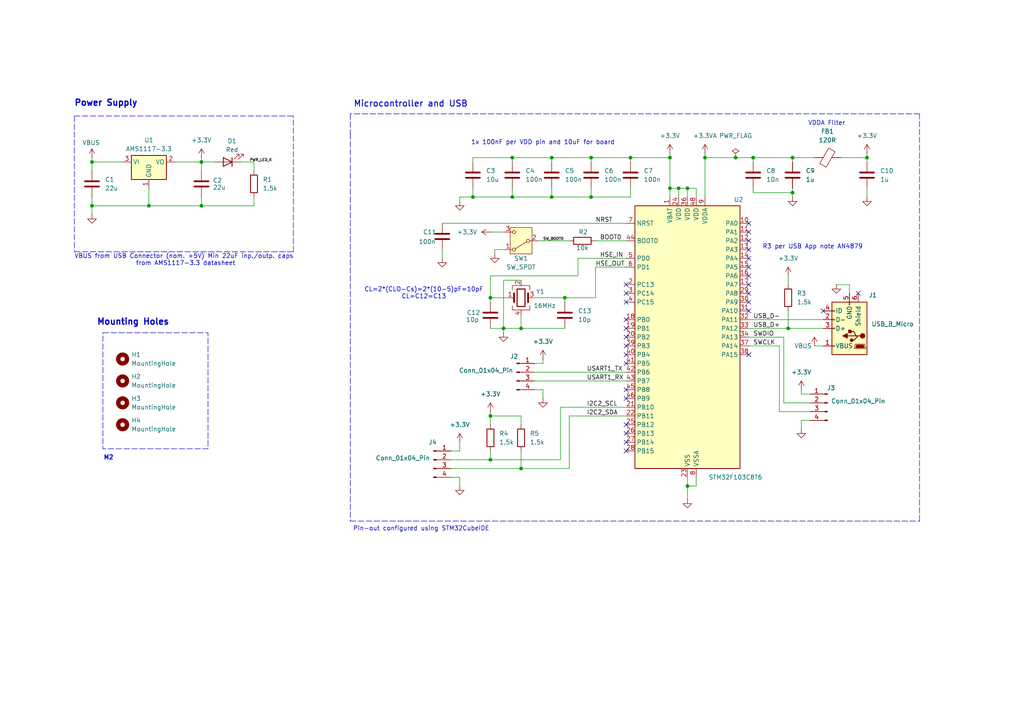
<source format=kicad_sch>
(kicad_sch (version 20250114) (generator "eeschema") (generator_version "9.0")
  (paper "A4")
  (title_block (title "STM32") (date "2025-09-29") (rev "0.1") (company "Kernova"))
  (lib_symbols
    (symbol "Connector:Conn_01x04_Pin" (pin_names (offset 1.016) (hide yes))
      (property "Reference" "J" (at 0 5.08 0))
      (property "Value" "Conn_01x04_Pin" (at 0 -7.62 0))
      (symbol "Conn_01x04_Pin_1_1"
        (rectangle (start 0.8636 2.667) (end 0 2.413) (stroke (width 0.1524)) (fill (type outline)))
        (rectangle (start 0.8636 0.127) (end 0 -0.127) (stroke (width 0.1524)) (fill (type outline)))
        (rectangle (start 0.8636 -2.413) (end 0 -2.667) (stroke (width 0.1524)) (fill (type outline)))
        (rectangle (start 0.8636 -4.953) (end 0 -5.207) (stroke (width 0.1524)) (fill (type outline)))
        (polyline (pts (xy 1.27 2.54) (xy 0.8636 2.54)) (stroke (width 0.1524)))
        (polyline (pts (xy 1.27 0) (xy 0.8636 0)) (stroke (width 0.1524)))
        (polyline (pts (xy 1.27 -2.54) (xy 0.8636 -2.54)) (stroke (width 0.1524)))
        (polyline (pts (xy 1.27 -5.08) (xy 0.8636 -5.08)) (stroke (width 0.1524)))
        (pin passive line (at 5.08 2.54 180) (length 3.81) (name "Pin_1") (number "1"))
        (pin passive line (at 5.08 0 180) (length 3.81) (name "Pin_2") (number "2"))
        (pin passive line (at 5.08 -2.54 180) (length 3.81) (name "Pin_3") (number "3"))
        (pin passive line (at 5.08 -5.08 180) (length 3.81) (name "Pin_4") (number "4"))
      )
    )
    (symbol "Connector:USB_B_Micro" (pin_names (offset 1.016))
      (property "Reference" "J" (at -5.08 11.43 0))
      (property "Value" "USB_B_Micro" (at -5.08 8.89 0))
      (symbol "USB_B_Micro_0_1"
        (rectangle (start -5.08 -7.62) (end 5.08 7.62) (stroke (width 0.254)) (fill (type background)))
        (polyline (pts (xy -4.699 5.842) (xy -4.699 5.588) (xy -4.445 4.826) (xy -4.445 4.572) (xy -1.651 4.572) (xy -1.651 4.826) (xy -1.397 5.588) (xy -1.397 5.842) (xy -4.699 5.842)))
        (polyline (pts (xy -4.318 5.588) (xy -1.778 5.588) (xy -2.032 4.826) (xy -4.064 4.826) (xy -4.318 5.588)) (fill (type outline)))
        (circle (center -3.81 2.159) (radius 0.635) (stroke (width 0.254)) (fill (type outline)))
        (polyline (pts (xy -3.175 2.159) (xy -2.54 2.159) (xy -1.27 3.429) (xy -0.635 3.429)) (stroke (width 0.254)))
        (polyline (pts (xy -2.54 2.159) (xy -1.905 2.159) (xy -1.27 0.889) (xy 0 0.889)) (stroke (width 0.254)))
        (polyline (pts (xy -1.905 2.159) (xy 0.635 2.159)) (stroke (width 0.254)))
        (circle (center -0.635 3.429) (radius 0.381) (stroke (width 0.254)) (fill (type outline)))
        (rectangle (start -0.127 -7.62) (end 0.127 -6.858))
        (rectangle (start 0.254 1.27) (end -0.508 0.508) (stroke (width 0.254)) (fill (type outline)))
        (polyline (pts (xy 0.635 2.794) (xy 0.635 1.524) (xy 1.905 2.159) (xy 0.635 2.794)) (stroke (width 0.254)) (fill (type outline)))
        (rectangle (start 5.08 4.953) (end 4.318 5.207))
        (rectangle (start 5.08 -0.127) (end 4.318 0.127))
        (rectangle (start 5.08 -2.667) (end 4.318 -2.413))
        (rectangle (start 5.08 -5.207) (end 4.318 -4.953))
      )
      (symbol "USB_B_Micro_1_1"
        (pin passive line (at -2.54 -10.16 90) (length 2.54) (name "Shield") (number "6"))
        (pin power_out line (at 0 -10.16 90) (length 2.54) (name "GND") (number "5"))
        (pin power_out line (at 7.62 5.08 180) (length 2.54) (name "VBUS") (number "1"))
        (pin bidirectional line (at 7.62 0 180) (length 2.54) (name "D+") (number "3"))
        (pin bidirectional line (at 7.62 -2.54 180) (length 2.54) (name "D-") (number "2"))
        (pin passive line (at 7.62 -5.08 180) (length 2.54) (name "ID") (number "4"))
      )
    )
    (symbol "Device:C" (pin_numbers (hide yes)) (pin_names (offset 0.254))
      (property "Reference" "C" (at 0.635 2.54 0))
      (property "Value" "C" (at 0.635 -2.54 0))
      (symbol "C_0_1"
        (polyline (pts (xy -2.032 0.762) (xy 2.032 0.762)) (stroke (width 0.508)))
        (polyline (pts (xy -2.032 -0.762) (xy 2.032 -0.762)) (stroke (width 0.508)))
      )
      (symbol "C_1_1"
        (pin passive line (at 0 3.81 270) (length 2.794) (name "~") (number "1"))
        (pin passive line (at 0 -3.81 90) (length 2.794) (name "~") (number "2"))
      )
    )
    (symbol "Device:Crystal_GND24" (pin_names (offset 1.016) (hide yes))
      (property "Reference" "Y" (at 3.175 5.08 0))
      (property "Value" "Crystal_GND24" (at 3.175 3.175 0))
      (symbol "Crystal_GND24_0_1"
        (polyline (pts (xy -2.54 2.286) (xy -2.54 3.556) (xy 2.54 3.556) (xy 2.54 2.286)))
        (polyline (pts (xy -2.54 0) (xy -2.032 0)))
        (polyline (pts (xy -2.54 -2.286) (xy -2.54 -3.556) (xy 2.54 -3.556) (xy 2.54 -2.286)))
        (polyline (pts (xy -2.032 -1.27) (xy -2.032 1.27)) (stroke (width 0.508)))
        (rectangle (start -1.143 2.54) (end 1.143 -2.54) (stroke (width 0.3048)))
        (polyline (pts (xy 0 3.556) (xy 0 3.81)))
        (polyline (pts (xy 0 -3.81) (xy 0 -3.556)))
        (polyline (pts (xy 2.032 0) (xy 2.54 0)))
        (polyline (pts (xy 2.032 -1.27) (xy 2.032 1.27)) (stroke (width 0.508)))
      )
      (symbol "Crystal_GND24_1_1"
        (pin passive line (at -3.81 0 0) (length 1.27) (name "1") (number "1"))
        (pin passive line (at 0 5.08 270) (length 1.27) (name "2") (number "2"))
        (pin passive line (at 0 -5.08 90) (length 1.27) (name "4") (number "4"))
        (pin passive line (at 3.81 0 180) (length 1.27) (name "3") (number "3"))
      )
    )
    (symbol "Device:FerriteBead" (pin_numbers (hide yes)) (pin_names (offset 0))
      (property "Reference" "FB" (at -3.81 0.635 90))
      (property "Value" "FerriteBead" (at 3.81 0 90))
      (symbol "FerriteBead_0_1"
        (polyline (pts (xy -2.7686 0.4064) (xy -1.7018 2.2606) (xy 2.7686 -0.3048) (xy 1.6764 -2.159) (xy -2.7686 0.4064)))
        (polyline (pts (xy 0 1.27) (xy 0 1.2954)))
        (polyline (pts (xy 0 -1.27) (xy 0 -1.2192)))
      )
      (symbol "FerriteBead_1_1"
        (pin passive line (at 0 3.81 270) (length 2.54) (name "~") (number "1"))
        (pin passive line (at 0 -3.81 90) (length 2.54) (name "~") (number "2"))
      )
    )
    (symbol "Device:LED" (pin_numbers (hide yes)) (pin_names (offset 1.016) (hide yes))
      (property "Reference" "D" (at 0 2.54 0))
      (property "Value" "LED" (at 0 -2.54 0))
      (symbol "LED_0_1"
        (polyline (pts (xy -3.048 -0.762) (xy -4.572 -2.286) (xy -3.81 -2.286) (xy -4.572 -2.286) (xy -4.572 -1.524)))
        (polyline (pts (xy -1.778 -0.762) (xy -3.302 -2.286) (xy -2.54 -2.286) (xy -3.302 -2.286) (xy -3.302 -1.524)))
        (polyline (pts (xy -1.27 0) (xy 1.27 0)))
        (polyline (pts (xy -1.27 -1.27) (xy -1.27 1.27)) (stroke (width 0.254)))
        (polyline (pts (xy 1.27 -1.27) (xy 1.27 1.27) (xy -1.27 0) (xy 1.27 -1.27)) (stroke (width 0.254)))
      )
      (symbol "LED_1_1"
        (pin passive line (at -3.81 0 0) (length 2.54) (name "K") (number "1"))
        (pin passive line (at 3.81 0 180) (length 2.54) (name "A") (number "2"))
      )
    )
    (symbol "Device:R" (pin_numbers (hide yes)) (pin_names (offset 0))
      (property "Reference" "R" (at 2.032 0 90))
      (property "Value" "R" (at 0 0 90))
      (symbol "R_0_1"
        (rectangle (start -1.016 -2.54) (end 1.016 2.54) (stroke (width 0.254)))
      )
      (symbol "R_1_1"
        (pin passive line (at 0 3.81 270) (length 1.27) (name "~") (number "1"))
        (pin passive line (at 0 -3.81 90) (length 1.27) (name "~") (number "2"))
      )
    )
    (symbol "MCU_ST_STM32F1:STM32F103C8Tx"
      (property "Reference" "U" (at -15.24 39.37 0))
      (property "Value" "STM32F103C8Tx" (at 7.62 39.37 0))
      (symbol "STM32F103C8Tx_0_1"
        (rectangle (start -15.24 -38.1) (end 15.24 38.1) (stroke (width 0.254)) (fill (type background)))
      )
      (symbol "STM32F103C8Tx_1_1"
        (pin input line (at -17.78 33.02 0) (length 2.54) (name "NRST") (number "7"))
        (pin input line (at -17.78 27.94 0) (length 2.54) (name "BOOT0") (number "44"))
        (pin bidirectional line (at -17.78 22.86 0) (length 2.54) (name "PD0") (number "5"))
        (pin bidirectional line (at -17.78 20.32 0) (length 2.54) (name "PD1") (number "6"))
        (pin bidirectional line (at -17.78 15.24 0) (length 2.54) (name "PC13") (number "2"))
        (pin bidirectional line (at -17.78 12.7 0) (length 2.54) (name "PC14") (number "3"))
        (pin bidirectional line (at -17.78 10.16 0) (length 2.54) (name "PC15") (number "4"))
        (pin bidirectional line (at -17.78 5.08 0) (length 2.54) (name "PB0") (number "18"))
        (pin bidirectional line (at -17.78 2.54 0) (length 2.54) (name "PB1") (number "19"))
        (pin bidirectional line (at -17.78 0 0) (length 2.54) (name "PB2") (number "20"))
        (pin bidirectional line (at -17.78 -2.54 0) (length 2.54) (name "PB3") (number "39"))
        (pin bidirectional line (at -17.78 -5.08 0) (length 2.54) (name "PB4") (number "40"))
        (pin bidirectional line (at -17.78 -7.62 0) (length 2.54) (name "PB5") (number "41"))
        (pin bidirectional line (at -17.78 -10.16 0) (length 2.54) (name "PB6") (number "42"))
        (pin bidirectional line (at -17.78 -12.7 0) (length 2.54) (name "PB7") (number "43"))
        (pin bidirectional line (at -17.78 -15.24 0) (length 2.54) (name "PB8") (number "45"))
        (pin bidirectional line (at -17.78 -17.78 0) (length 2.54) (name "PB9") (number "46"))
        (pin bidirectional line (at -17.78 -20.32 0) (length 2.54) (name "PB10") (number "21"))
        (pin bidirectional line (at -17.78 -22.86 0) (length 2.54) (name "PB11") (number "22"))
        (pin bidirectional line (at -17.78 -25.4 0) (length 2.54) (name "PB12") (number "25"))
        (pin bidirectional line (at -17.78 -27.94 0) (length 2.54) (name "PB13") (number "26"))
        (pin bidirectional line (at -17.78 -30.48 0) (length 2.54) (name "PB14") (number "27"))
        (pin bidirectional line (at -17.78 -33.02 0) (length 2.54) (name "PB15") (number "28"))
        (pin power_in line (at -5.08 40.64 270) (length 2.54) (name "VBAT") (number "1"))
        (pin power_in line (at -2.54 40.64 270) (length 2.54) (name "VDD") (number "24"))
        (pin power_in line (at 0 40.64 270) (length 2.54) (name "VDD") (number "36"))
        (pin power_in line (at 0 -40.64 90) (length 2.54) (name "VSS") (number "23"))
        (pin passive line (at 0 -40.64 90) (length 2.54) (hide yes) (name "VSS") (number "35"))
        (pin passive line (at 0 -40.64 90) (length 2.54) (hide yes) (name "VSS") (number "47"))
        (pin power_in line (at 2.54 40.64 270) (length 2.54) (name "VDD") (number "48"))
        (pin power_in line (at 2.54 -40.64 90) (length 2.54) (name "VSSA") (number "8"))
        (pin power_in line (at 5.08 40.64 270) (length 2.54) (name "VDDA") (number "9"))
        (pin bidirectional line (at 17.78 33.02 180) (length 2.54) (name "PA0") (number "10"))
        (pin bidirectional line (at 17.78 30.48 180) (length 2.54) (name "PA1") (number "11"))
        (pin bidirectional line (at 17.78 27.94 180) (length 2.54) (name "PA2") (number "12"))
        (pin bidirectional line (at 17.78 25.4 180) (length 2.54) (name "PA3") (number "13"))
        (pin bidirectional line (at 17.78 22.86 180) (length 2.54) (name "PA4") (number "14"))
        (pin bidirectional line (at 17.78 20.32 180) (length 2.54) (name "PA5") (number "15"))
        (pin bidirectional line (at 17.78 17.78 180) (length 2.54) (name "PA6") (number "16"))
        (pin bidirectional line (at 17.78 15.24 180) (length 2.54) (name "PA7") (number "17"))
        (pin bidirectional line (at 17.78 12.7 180) (length 2.54) (name "PA8") (number "29"))
        (pin bidirectional line (at 17.78 10.16 180) (length 2.54) (name "PA9") (number "30"))
        (pin bidirectional line (at 17.78 7.62 180) (length 2.54) (name "PA10") (number "31"))
        (pin bidirectional line (at 17.78 5.08 180) (length 2.54) (name "PA11") (number "32"))
        (pin bidirectional line (at 17.78 2.54 180) (length 2.54) (name "PA12") (number "33"))
        (pin bidirectional line (at 17.78 0 180) (length 2.54) (name "PA13") (number "34"))
        (pin bidirectional line (at 17.78 -2.54 180) (length 2.54) (name "PA14") (number "37"))
        (pin bidirectional line (at 17.78 -5.08 180) (length 2.54) (name "PA15") (number "38"))
      )
    )
    (symbol "Mechanical:MountingHole" (pin_names (offset 1.016)) (in_bom no)
      (property "Reference" "H" (at 0 5.08 0))
      (property "Value" "MountingHole" (at 0 3.175 0))
      (symbol "MountingHole_0_1"
        (circle (center 0 0) (radius 1.27) (stroke (width 1.27)))
      )
    )
    (symbol "Regulator_Linear:AMS1117-3.3"
      (property "Reference" "U" (at -3.81 3.175 0))
      (property "Value" "AMS1117-3.3" (at 0 3.175 0))
      (symbol "AMS1117-3.3_0_1"
        (rectangle (start -5.08 -5.08) (end 5.08 1.905) (stroke (width 0.254)) (fill (type background)))
      )
      (symbol "AMS1117-3.3_1_1"
        (pin power_in line (at -7.62 0 0) (length 2.54) (name "VI") (number "3"))
        (pin power_in line (at 0 -7.62 90) (length 2.54) (name "GND") (number "1"))
        (pin power_out line (at 7.62 0 180) (length 2.54) (name "VO") (number "2"))
      )
    )
    (symbol "Switch:SW_SPDT" (pin_names (offset 0) (hide yes))
      (property "Reference" "SW" (at 0 5.08 0))
      (property "Value" "SW_SPDT" (at 0 -5.08 0))
      (symbol "SW_SPDT_0_1"
        (circle (center -2.032 0) (radius 0.4572))
        (polyline (pts (xy -1.651 0.254) (xy 1.651 2.286)))
        (circle (center 2.032 2.54) (radius 0.4572))
        (circle (center 2.032 -2.54) (radius 0.4572))
      )
      (symbol "SW_SPDT_1_1"
        (rectangle (start -3.175 3.81) (end 3.175 -3.81) (fill (type background)))
        (pin passive line (at -5.08 0 0) (length 2.54) (name "B") (number "2"))
        (pin passive line (at 5.08 2.54 180) (length 2.54) (name "A") (number "1"))
        (pin passive line (at 5.08 -2.54 180) (length 2.54) (name "C") (number "3"))
      )
    )
    (symbol "power:+3.3V" (power) (pin_numbers (hide yes)) (pin_names (offset 0) (hide yes))
      (property "Value" "+3.3V" (at 0 3.556 0))
      (symbol "+3.3V_0_1"
        (polyline (pts (xy -0.762 1.27) (xy 0 2.54)))
        (polyline (pts (xy 0 2.54) (xy 0.762 1.27)))
        (polyline (pts (xy 0 0) (xy 0 2.54)))
      )
      (symbol "+3.3V_1_1"
        (pin power_in line (at 0 0 90) (length 0) (name "~") (number "1"))
      )
    )
    (symbol "power:+3.3VA" (power) (pin_numbers (hide yes)) (pin_names (offset 0) (hide yes))
      (property "Value" "+3.3VA" (at 0 3.556 0))
      (symbol "+3.3VA_0_1"
        (polyline (pts (xy -0.762 1.27) (xy 0 2.54)))
        (polyline (pts (xy 0 2.54) (xy 0.762 1.27)))
        (polyline (pts (xy 0 0) (xy 0 2.54)))
      )
      (symbol "+3.3VA_1_1"
        (pin power_in line (at 0 0 90) (length 0) (name "~") (number "1"))
      )
    )
    (symbol "power:GND" (power) (pin_numbers (hide yes)) (pin_names (offset 0) (hide yes))
      (property "Value" "GND" (at 0 -3.81 0))
      (symbol "GND_0_1"
        (polyline (pts (xy 0 0) (xy 0 -1.27) (xy 1.27 -1.27) (xy 0 -2.54) (xy -1.27 -1.27) (xy 0 -1.27)))
      )
      (symbol "GND_1_1"
        (pin power_in line (at 0 0 270) (length 0) (name "~") (number "1"))
      )
    )
    (symbol "power:PWR_FLAG" (power) (pin_numbers (hide yes)) (pin_names (offset 0) (hide yes))
      (property "Value" "PWR_FLAG" (at 0 3.81 0))
      (symbol "PWR_FLAG_0_0"
        (pin power_out line (at 0 0 90) (length 0) (name "~") (number "1"))
      )
      (symbol "PWR_FLAG_0_1"
        (polyline (pts (xy 0 0) (xy 0 1.27) (xy -1.016 1.905) (xy 0 2.54) (xy 1.016 1.905) (xy 0 1.27)))
      )
    )
    (symbol "power:VBUS" (power) (pin_numbers (hide yes)) (pin_names (offset 0) (hide yes))
      (property "Value" "VBUS" (at 0 3.556 0))
      (symbol "VBUS_0_1"
        (polyline (pts (xy -0.762 1.27) (xy 0 2.54)))
        (polyline (pts (xy 0 2.54) (xy 0.762 1.27)))
        (polyline (pts (xy 0 0) (xy 0 2.54)))
      )
      (symbol "VBUS_1_1"
        (pin power_in line (at 0 0 90) (length 0) (name "~") (number "1"))
      )
    )
  )
  (rectangle (start 29.845 96.52) (end 60.325 130.175) (stroke (width 0) (type dash)))
  (rectangle (start 29.845 96.52) (end 29.845 96.52))
  (text "VDDA Filter" (at 239.776 35.814 0) (effects (font (size 1.27 1.27))))
  (text "Pin-out configured using STM32CubeIDE" (at 122.174 153.416 0) (effects (font (size 1.27 1.27))))
  (text "1x 100nF per VDD pin and 10uF for board" (at 157.48 41.402 0) (effects (font (size 1.27 1.27) (thickness 0.1588))))
  (text "CL=2*(CLO-Cs)=2*(10-5)pF=10pF\nCL=C12=C13" (at 122.936 85.09 0) (effects (font (size 1.27 1.27) (thickness 0.1588))))
  (text "Microcontroller and USB" (at 119.126 30.226 0) (effects (font (size 1.778 1.778) (thickness 0.254) (bold yes))))
  (text "VBUS from USB Connector (nom. +5V) Min 22uF inp./outp. caps \nfrom AMS1117-3.3 datasheet" (at 53.848 75.438 0) (effects (font (size 1.27 1.27) (thickness 0.1588))))
  (text "M2" (at 31.496 132.842 0) (effects (font (size 1.27 1.27) (thickness 0.254) (bold yes))))
  (text "R3 per USB App note AN4879" (at 235.712 71.628 0) (effects (font (size 1.27 1.27) (thickness 0.1588))))
  (text "Power Supply" (at 30.734 29.972 0) (effects (font (size 1.778 1.778) (thickness 0.3556) (bold yes))))
  (text "Mounting Holes" (at 38.608 93.472 0) (effects (font (size 1.778 1.778) (thickness 0.3556) (bold yes))))
  (junction (at 160.02 45.72))
  (junction (at 137.16 57.15))
  (junction (at 218.44 45.72))
  (junction (at 194.31 45.72))
  (junction (at 151.13 95.25))
  (junction (at 148.59 57.15))
  (junction (at 204.47 45.72))
  (junction (at 229.87 55.88))
  (junction (at 199.39 140.97))
  (junction (at 171.45 57.15))
  (junction (at 194.31 54.61))
  (junction (at 182.88 45.72))
  (junction (at 58.42 59.69))
  (junction (at 58.42 46.99))
  (junction (at 142.24 120.65))
  (junction (at 43.18 59.69))
  (junction (at 142.24 86.36))
  (junction (at 213.36 45.72))
  (junction (at 199.39 54.61))
  (junction (at 163.83 86.36))
  (junction (at 148.59 45.72))
  (junction (at 26.67 46.99))
  (junction (at 151.13 135.89))
  (junction (at 196.85 54.61))
  (junction (at 251.46 45.72))
  (junction (at 160.02 57.15))
  (junction (at 228.6 95.25))
  (junction (at 171.45 45.72))
  (junction (at 146.05 95.25))
  (junction (at 229.87 45.72))
  (junction (at 26.67 59.69))
  (junction (at 142.24 133.35))
  (no_connect (at 217.17 80.01))
  (no_connect (at 181.61 128.27))
  (no_connect (at 217.17 69.85))
  (no_connect (at 181.61 125.73))
  (no_connect (at 181.61 92.71))
  (no_connect (at 238.76 90.17))
  (no_connect (at 248.92 85.09))
  (no_connect (at 181.61 115.57))
  (no_connect (at 181.61 102.87))
  (no_connect (at 217.17 74.93))
  (no_connect (at 181.61 113.03))
  (no_connect (at 181.61 87.63))
  (no_connect (at 217.17 67.31))
  (no_connect (at 181.61 123.19))
  (no_connect (at 181.61 85.09))
  (no_connect (at 181.61 95.25))
  (no_connect (at 217.17 102.87))
  (no_connect (at 217.17 64.77))
  (no_connect (at 217.17 85.09))
  (no_connect (at 217.17 77.47))
  (no_connect (at 217.17 82.55))
  (no_connect (at 217.17 87.63))
  (no_connect (at 217.17 90.17))
  (no_connect (at 217.17 72.39))
  (no_connect (at 181.61 100.33))
  (no_connect (at 181.61 130.81))
  (no_connect (at 181.61 105.41))
  (no_connect (at 181.61 97.79))
  (no_connect (at 181.61 82.55))
  (polyline (pts (xy 21.59 33.655) (xy 85.09 33.655)) (stroke (width 0) (type dash)))
  (wire (pts (xy 26.67 59.69) (xy 43.18 59.69)))
  (wire (pts (xy 148.59 54.61) (xy 148.59 57.15)))
  (wire (pts (xy 133.35 57.15) (xy 133.35 58.42)))
  (polyline (pts (xy 21.59 73.025) (xy 85.09 73.025)) (stroke (width 0) (type dash)))
  (wire (pts (xy 251.46 44.45) (xy 251.46 45.72)))
  (wire (pts (xy 251.46 54.61) (xy 251.46 57.15)))
  (wire (pts (xy 154.94 105.41) (xy 157.48 105.41)))
  (wire (pts (xy 204.47 44.45) (xy 204.47 45.72)))
  (wire (pts (xy 217.17 92.71) (xy 238.76 92.71)))
  (wire (pts (xy 142.24 80.01) (xy 167.64 80.01)))
  (wire (pts (xy 26.67 46.99) (xy 26.67 49.53)))
  (wire (pts (xy 162.56 133.35) (xy 162.56 118.11)))
  (polyline (pts (xy 266.7 151.13) (xy 266.7 33.02)) (stroke (width 0) (type dash)))
  (wire (pts (xy 227.33 116.84) (xy 234.95 116.84)))
  (wire (pts (xy 148.59 57.15) (xy 137.16 57.15)))
  (wire (pts (xy 142.24 120.65) (xy 142.24 123.19)))
  (wire (pts (xy 171.45 46.99) (xy 171.45 45.72)))
  (wire (pts (xy 229.87 45.72) (xy 218.44 45.72)))
  (wire (pts (xy 217.17 100.33) (xy 226.06 100.33)))
  (wire (pts (xy 182.88 46.99) (xy 182.88 45.72)))
  (wire (pts (xy 194.31 54.61) (xy 194.31 57.15)))
  (wire (pts (xy 217.17 97.79) (xy 227.33 97.79)))
  (wire (pts (xy 167.64 80.01) (xy 167.64 74.93)))
  (wire (pts (xy 151.13 120.65) (xy 151.13 123.19)))
  (wire (pts (xy 182.88 54.61) (xy 182.88 57.15)))
  (wire (pts (xy 171.45 57.15) (xy 160.02 57.15)))
  (wire (pts (xy 151.13 81.28) (xy 146.05 81.28)))
  (wire (pts (xy 201.93 140.97) (xy 199.39 140.97)))
  (polyline (pts (xy 101.6 38.735) (xy 101.6 151.13)) (stroke (width 0) (type dash)))
  (polyline (pts (xy 266.7 33.02) (xy 101.6 33.02)) (stroke (width 0) (type dash)))
  (wire (pts (xy 227.33 97.79) (xy 227.33 116.84)))
  (wire (pts (xy 151.13 95.25) (xy 151.13 91.44)))
  (wire (pts (xy 226.06 119.38) (xy 234.95 119.38)))
  (wire (pts (xy 58.42 46.99) (xy 58.42 49.53)))
  (wire (pts (xy 226.06 100.33) (xy 226.06 119.38)))
  (wire (pts (xy 162.56 118.11) (xy 181.61 118.11)))
  (wire (pts (xy 163.83 86.36) (xy 163.83 87.63)))
  (wire (pts (xy 137.16 57.15) (xy 133.35 57.15)))
  (wire (pts (xy 157.48 105.41) (xy 157.48 104.14)))
  (wire (pts (xy 146.05 95.25) (xy 151.13 95.25)))
  (wire (pts (xy 142.24 133.35) (xy 162.56 133.35)))
  (wire (pts (xy 58.42 45.72) (xy 58.42 46.99)))
  (wire (pts (xy 151.13 95.25) (xy 163.83 95.25)))
  (wire (pts (xy 229.87 45.72) (xy 236.22 45.72)))
  (wire (pts (xy 130.81 138.43) (xy 133.35 138.43)))
  (wire (pts (xy 148.59 46.99) (xy 148.59 45.72)))
  (wire (pts (xy 137.16 54.61) (xy 137.16 57.15)))
  (polyline (pts (xy 101.6 33.02) (xy 101.6 40.005)) (stroke (width 0) (type dash)))
  (wire (pts (xy 199.39 54.61) (xy 196.85 54.61)))
  (wire (pts (xy 154.94 107.95) (xy 181.61 107.95)))
  (wire (pts (xy 133.35 130.81) (xy 133.35 128.27)))
  (polyline (pts (xy 85.09 73.025) (xy 85.09 33.655)) (stroke (width 0) (type dash)))
  (wire (pts (xy 243.84 45.72) (xy 251.46 45.72)))
  (wire (pts (xy 142.24 67.31) (xy 146.05 67.31)))
  (wire (pts (xy 142.24 86.36) (xy 142.24 87.63)))
  (wire (pts (xy 142.24 120.65) (xy 151.13 120.65)))
  (wire (pts (xy 218.44 55.88) (xy 229.87 55.88)))
  (wire (pts (xy 182.88 57.15) (xy 171.45 57.15)))
  (wire (pts (xy 142.24 119.38) (xy 142.24 120.65)))
  (wire (pts (xy 182.88 45.72) (xy 194.31 45.72)))
  (wire (pts (xy 137.16 45.72) (xy 137.16 46.99)))
  (wire (pts (xy 130.81 135.89) (xy 151.13 135.89)))
  (wire (pts (xy 172.72 77.47) (xy 181.61 77.47)))
  (wire (pts (xy 157.48 115.57) (xy 157.48 113.03)))
  (wire (pts (xy 142.24 130.81) (xy 142.24 133.35)))
  (wire (pts (xy 163.83 86.36) (xy 172.72 86.36)))
  (wire (pts (xy 43.18 54.61) (xy 43.18 59.69)))
  (wire (pts (xy 204.47 45.72) (xy 213.36 45.72)))
  (wire (pts (xy 151.13 135.89) (xy 165.1 135.89)))
  (wire (pts (xy 232.41 114.3) (xy 232.41 113.03)))
  (wire (pts (xy 58.42 46.99) (xy 62.23 46.99)))
  (wire (pts (xy 160.02 46.99) (xy 160.02 45.72)))
  (wire (pts (xy 236.22 100.33) (xy 238.76 100.33)))
  (wire (pts (xy 160.02 57.15) (xy 148.59 57.15)))
  (wire (pts (xy 156.21 69.85) (xy 165.1 69.85)))
  (wire (pts (xy 229.87 46.99) (xy 229.87 45.72)))
  (wire (pts (xy 73.66 57.15) (xy 73.66 59.69)))
  (wire (pts (xy 172.72 69.85) (xy 181.61 69.85)))
  (wire (pts (xy 232.41 124.46) (xy 232.41 121.92)))
  (wire (pts (xy 246.38 82.55) (xy 246.38 85.09)))
  (wire (pts (xy 130.81 130.81) (xy 133.35 130.81)))
  (wire (pts (xy 194.31 45.72) (xy 194.31 54.61)))
  (wire (pts (xy 171.45 54.61) (xy 171.45 57.15)))
  (wire (pts (xy 43.18 59.69) (xy 58.42 59.69)))
  (wire (pts (xy 154.94 110.49) (xy 181.61 110.49)))
  (wire (pts (xy 232.41 121.92) (xy 234.95 121.92)))
  (wire (pts (xy 58.42 59.69) (xy 73.66 59.69)))
  (wire (pts (xy 199.39 138.43) (xy 199.39 140.97)))
  (wire (pts (xy 229.87 55.88) (xy 229.87 57.15)))
  (wire (pts (xy 242.57 82.55) (xy 246.38 82.55)))
  (wire (pts (xy 228.6 80.01) (xy 228.6 82.55)))
  (wire (pts (xy 148.59 45.72) (xy 160.02 45.72)))
  (wire (pts (xy 204.47 45.72) (xy 204.47 57.15)))
  (wire (pts (xy 171.45 45.72) (xy 182.88 45.72)))
  (wire (pts (xy 213.36 45.72) (xy 218.44 45.72)))
  (wire (pts (xy 201.93 54.61) (xy 199.39 54.61)))
  (wire (pts (xy 201.93 138.43) (xy 201.93 140.97)))
  (wire (pts (xy 218.44 46.99) (xy 218.44 45.72)))
  (wire (pts (xy 128.27 64.77) (xy 181.61 64.77)))
  (wire (pts (xy 165.1 120.65) (xy 181.61 120.65)))
  (wire (pts (xy 26.67 45.72) (xy 26.67 46.99)))
  (wire (pts (xy 151.13 130.81) (xy 151.13 135.89)))
  (polyline (pts (xy 101.6 151.13) (xy 266.7 151.13)) (stroke (width 0) (type dash)))
  (wire (pts (xy 229.87 54.61) (xy 229.87 55.88)))
  (wire (pts (xy 69.85 46.99) (xy 73.66 46.99)))
  (wire (pts (xy 133.35 138.43) (xy 133.35 140.97)))
  (wire (pts (xy 128.27 72.39) (xy 128.27 74.93)))
  (wire (pts (xy 73.66 46.99) (xy 73.66 49.53)))
  (wire (pts (xy 232.41 114.3) (xy 234.95 114.3)))
  (wire (pts (xy 26.67 57.15) (xy 26.67 59.69)))
  (wire (pts (xy 50.8 46.99) (xy 58.42 46.99)))
  (wire (pts (xy 165.1 135.89) (xy 165.1 120.65)))
  (wire (pts (xy 142.24 95.25) (xy 146.05 95.25)))
  (wire (pts (xy 217.17 95.25) (xy 228.6 95.25)))
  (wire (pts (xy 130.81 133.35) (xy 142.24 133.35)))
  (wire (pts (xy 142.24 80.01) (xy 142.24 86.36)))
  (wire (pts (xy 218.44 55.88) (xy 218.44 54.61)))
  (wire (pts (xy 172.72 86.36) (xy 172.72 77.47)))
  (wire (pts (xy 142.24 86.36) (xy 147.32 86.36)))
  (wire (pts (xy 160.02 54.61) (xy 160.02 57.15)))
  (wire (pts (xy 58.42 59.69) (xy 58.42 57.15)))
  (wire (pts (xy 194.31 44.45) (xy 194.31 45.72)))
  (wire (pts (xy 196.85 54.61) (xy 194.31 54.61)))
  (wire (pts (xy 146.05 81.28) (xy 146.05 95.25)))
  (wire (pts (xy 199.39 140.97) (xy 199.39 144.78)))
  (polyline (pts (xy 21.59 33.655) (xy 21.59 73.025)) (stroke (width 0) (type dash)))
  (wire (pts (xy 137.16 45.72) (xy 148.59 45.72)))
  (wire (pts (xy 228.6 90.17) (xy 228.6 95.25)))
  (wire (pts (xy 228.6 95.25) (xy 238.76 95.25)))
  (wire (pts (xy 199.39 57.15) (xy 199.39 54.61)))
  (wire (pts (xy 251.46 45.72) (xy 251.46 46.99)))
  (wire (pts (xy 26.67 59.69) (xy 26.67 62.23)))
  (wire (pts (xy 160.02 45.72) (xy 171.45 45.72)))
  (wire (pts (xy 157.48 113.03) (xy 154.94 113.03)))
  (wire (pts (xy 201.93 57.15) (xy 201.93 54.61)))
  (wire (pts (xy 35.56 46.99) (xy 26.67 46.99)))
  (wire (pts (xy 143.51 72.39) (xy 143.51 73.66)))
  (wire (pts (xy 143.51 72.39) (xy 146.05 72.39)))
  (wire (pts (xy 196.85 57.15) (xy 196.85 54.61)))
  (wire (pts (xy 154.94 86.36) (xy 163.83 86.36)))
  (wire (pts (xy 146.05 96.52) (xy 146.05 95.25)))
  (wire (pts (xy 167.64 74.93) (xy 181.61 74.93)))
  (label "USB_D+" (at 218.44 95.25 0))
  (label "PWR_LED_K" (at 72.39 46.99 0) (effects (font (size 0.762 0.762))))
  (label "NRST" (at 172.72 64.77 0))
  (label "SWDIO" (at 218.44 97.79 0))
  (label "I2C2_SCL" (at 170.18 118.11 0))
  (label "USB_D-" (at 218.44 92.71 0))
  (label "USART1_TX" (at 170.18 107.95 0))
  (label "HSE_OUT" (at 172.72 77.47 0))
  (label "SW_BOOT0" (at 157.48 69.85 0) (effects (font (size 0.762 0.762))))
  (label "SWCLK" (at 218.44 100.33 0))
  (label "I2C2_SDA" (at 170.18 120.65 0))
  (label "BOOT0" (at 173.99 69.85 0))
  (label "USART1_RX" (at 170.18 110.49 0))
  (label "HSE_IN" (at 173.99 74.93 0))
  (symbol (lib_id "Mechanical:MountingHole") (at 35.56 116.84 0) (unit 1) (in_bom no)
    (property "Reference" "H3" (at 38.1 115.5699 0) (effects (justify left)))
    (property "Value" "MountingHole" (at 38.1 118.1099 0) (effects (justify left)))
    (property "Footprint" "MountingHole:MountingHole_2.2mm_M2" (effects (hide yes)))
    (property "Description" "Mounting Hole without connection" (effects (hide yes)))
  )
  (symbol (lib_id "Device:R") (at 142.24 127 0) (unit 1)
    (property "Reference" "R4" (at 144.78 125.7299 0) (effects (justify left)))
    (property "Value" "1.5k" (at 144.78 128.2699 0) (effects (justify left)))
    (property "Footprint" "Resistor_SMD:R_0402_1005Metric" (effects (hide yes)))
    (property "Description" "Resistor" (effects (hide yes)))
  )
  (symbol (lib_id "Device:R") (at 73.66 53.34 0) (unit 1)
    (property "Reference" "R1" (at 76.2 52.0699 0) (effects (justify left)))
    (property "Value" "1.5k" (at 76.2 54.6099 0) (effects (justify left)))
    (property "Footprint" "Resistor_SMD:R_0402_1005Metric" (effects (hide yes)))
    (property "Description" "Resistor" (effects (hide yes)))
  )
  (symbol (lib_id "Mechanical:MountingHole") (at 35.56 110.49 0) (unit 1) (in_bom no)
    (property "Reference" "H2" (at 38.1 109.2199 0) (effects (justify left)))
    (property "Value" "MountingHole" (at 38.1 111.7599 0) (effects (justify left)))
    (property "Footprint" "MountingHole:MountingHole_2.2mm_M2" (effects (hide yes)))
    (property "Description" "Mounting Hole without connection" (effects (hide yes)))
  )
  (symbol (lib_id "Device:C") (at 137.16 50.8 0) (unit 1)
    (property "Reference" "C3" (at 140.97 49.5299 0) (effects (justify left)))
    (property "Value" "10u" (at 140.97 52.0699 0) (effects (justify left)))
    (property "Footprint" "Capacitor_SMD:C_0603_1608Metric" (effects (hide yes)))
    (property "Description" "Unpolarized capacitor" (effects (hide yes)))
  )
  (symbol (lib_id "power:GND") (at 146.05 96.52 0) (unit 1)
    (property "Reference" "#PWR011" (effects (hide yes)))
    (property "Value" "GND" (effects (hide yes)))
    (property "Description" "Power symbol creates a global label with name \"GND\" , ground" (effects (hide yes)))
  )
  (symbol (lib_id "Connector:Conn_01x04_Pin") (at 149.86 107.95 0) (unit 1)
    (property "Reference" "J2" (at 149.098 103.378 0))
    (property "Value" "Conn_01x04_Pin" (at 140.97 107.442 0))
    (property "Footprint" "Connector_PinHeader_2.54mm:PinHeader_1x04_P2.54mm_Vertical" (effects (hide yes)))
    (property "Description" "Generic connector, single row, 01x04, script generated" (effects (hide yes)))
  )
  (symbol (lib_id "power:+3.3V") (at 58.42 45.72 0) (unit 1)
    (property "Reference" "#PWR018" (effects (hide yes)))
    (property "Value" "+3.3V" (at 58.42 40.64 0))
    (property "Description" "Power symbol creates a global label with name \"+3.3V\"" (effects (hide yes)))
  )
  (symbol (lib_id "power:+3.3V") (at 157.48 104.14 0) (unit 1)
    (property "Reference" "#PWR022" (effects (hide yes)))
    (property "Value" "+3.3V" (at 157.48 99.06 0))
    (property "Description" "Power symbol creates a global label with name \"+3.3V\"" (effects (hide yes)))
  )
  (symbol (lib_id "Switch:SW_SPDT") (at 151.13 69.85 180) (unit 1)
    (property "Reference" "SW1" (at 151.13 74.93 0))
    (property "Value" "SW_SPDT" (at 151.13 77.47 0))
    (property "Footprint" "Button_Switch_SMD:SW_SPDT_PCM12" (effects (hide yes)))
    (property "Description" "Switch, single pole double throw" (effects (hide yes)))
  )
  (symbol (lib_id "Connector:Conn_01x04_Pin") (at 240.03 116.84 0) (mirror y) (unit 1)
    (property "Reference" "J3" (at 241.046 112.522 0))
    (property "Value" "Conn_01x04_Pin" (at 248.92 116.332 0))
    (property "Footprint" "Connector_PinHeader_2.54mm:PinHeader_1x04_P2.54mm_Vertical" (effects (hide yes)))
    (property "Description" "Generic connector, single row, 01x04, script generated" (effects (hide yes)))
  )
  (symbol (lib_id "Device:R") (at 168.91 69.85 90) (unit 1)
    (property "Reference" "R2" (at 169.164 67.31 90))
    (property "Value" "10k" (at 168.91 71.882 90))
    (property "Footprint" "Resistor_SMD:R_0402_1005Metric" (effects (hide yes)))
    (property "Description" "Resistor" (effects (hide yes)))
  )
  (symbol (lib_id "power:GND") (at 128.27 74.93 0) (unit 1)
    (property "Reference" "#PWR08" (effects (hide yes)))
    (property "Value" "GND" (effects (hide yes)))
    (property "Description" "Power symbol creates a global label with name \"GND\" , ground" (effects (hide yes)))
  )
  (symbol (lib_id "power:+3.3V") (at 251.46 44.45 0) (unit 1)
    (property "Reference" "#PWR05" (effects (hide yes)))
    (property "Value" "+3.3V" (at 251.46 39.37 0))
    (property "Description" "Power symbol creates a global label with name \"+3.3V\"" (effects (hide yes)))
  )
  (symbol (lib_id "power:+3.3V") (at 228.6 80.01 0) (unit 1)
    (property "Reference" "#PWR014" (effects (hide yes)))
    (property "Value" "+3.3V" (at 228.6 74.93 0))
    (property "Description" "Power symbol creates a global label with name \"+3.3V\"" (effects (hide yes)))
  )
  (symbol (lib_id "power:+3.3V") (at 194.31 44.45 0) (unit 1)
    (property "Reference" "#PWR02" (effects (hide yes)))
    (property "Value" "+3.3V" (at 194.31 39.37 0))
    (property "Description" "Power symbol creates a global label with name \"+3.3V\"" (effects (hide yes)))
  )
  (symbol (lib_id "Device:Crystal_GND24") (at 151.13 86.36 0) (unit 1)
    (property "Reference" "Y1" (at 156.718 84.582 0))
    (property "Value" "16MHz" (at 157.988 88.646 0))
    (property "Footprint" "Crystal:Crystal_SMD_3225-4Pin_3.2x2.5mm" (effects (hide yes)))
    (property "Description" "Four pin crystal, GND on pins 2 and 4" (effects (hide yes)))
  )
  (symbol (lib_id "power:GND") (at 199.39 144.78 0) (unit 1)
    (property "Reference" "#PWR01" (effects (hide yes)))
    (property "Value" "GND" (effects (hide yes)))
    (property "Description" "Power symbol creates a global label with name \"GND\" , ground" (effects (hide yes)))
  )
  (symbol (lib_id "power:GND") (at 232.41 124.46 0) (unit 1)
    (property "Reference" "#PWR016" (effects (hide yes)))
    (property "Value" "GND" (effects (hide yes)))
    (property "Description" "Power symbol creates a global label with name \"GND\" , ground" (effects (hide yes)))
  )
  (symbol (lib_id "Device:C") (at 160.02 50.8 0) (unit 1)
    (property "Reference" "C5" (at 163.83 49.5299 0) (effects (justify left)))
    (property "Value" "100n" (at 163.83 52.0699 0) (effects (justify left)))
    (property "Footprint" "Capacitor_SMD:C_0402_1005Metric" (effects (hide yes)))
    (property "Description" "Unpolarized capacitor" (effects (hide yes)))
  )
  (symbol (lib_id "power:+3.3VA") (at 204.47 44.45 0) (unit 1)
    (property "Reference" "#PWR04" (effects (hide yes)))
    (property "Value" "+3.3VA" (at 204.47 39.37 0))
    (property "Description" "Power symbol creates a global label with name \"+3.3VA\"" (effects (hide yes)))
  )
  (symbol (lib_id "power:+3.3V") (at 232.41 113.03 0) (unit 1)
    (property "Reference" "#PWR015" (effects (hide yes)))
    (property "Value" "+3.3V" (at 232.41 107.95 0))
    (property "Description" "Power symbol creates a global label with name \"+3.3V\"" (effects (hide yes)))
  )
  (symbol (lib_id "power:VBUS") (at 26.67 45.72 0) (unit 1)
    (property "Reference" "#PWR019" (effects (hide yes)))
    (property "Value" "VBUS" (at 26.416 41.402 0))
    (property "Description" "Power symbol creates a global label with name \"VBUS\"" (effects (hide yes)))
  )
  (symbol (lib_id "Device:C") (at 182.88 50.8 0) (unit 1)
    (property "Reference" "C7" (at 186.69 49.5299 0) (effects (justify left)))
    (property "Value" "100n" (at 186.69 52.0699 0) (effects (justify left)))
    (property "Footprint" "Capacitor_SMD:C_0402_1005Metric" (effects (hide yes)))
    (property "Description" "Unpolarized capacitor" (effects (hide yes)))
  )
  (symbol (lib_id "power:GND") (at 26.67 62.23 0) (unit 1)
    (property "Reference" "#PWR017" (effects (hide yes)))
    (property "Value" "GND" (effects (hide yes)))
    (property "Description" "Power symbol creates a global label with name \"GND\" , ground" (effects (hide yes)))
  )
  (symbol (lib_id "Device:C") (at 142.24 91.44 0) (unit 1)
    (property "Reference" "C12" (at 135.382 90.678 0) (effects (justify left)))
    (property "Value" "10p" (at 135.128 92.71 0) (effects (justify left)))
    (property "Footprint" "Capacitor_SMD:C_0402_1005Metric" (effects (hide yes)))
    (property "Description" "Unpolarized capacitor" (effects (hide yes)))
  )
  (symbol (lib_id "power:GND") (at 251.46 57.15 0) (unit 1)
    (property "Reference" "#PWR06" (effects (hide yes)))
    (property "Value" "GND" (effects (hide yes)))
    (property "Description" "Power symbol creates a global label with name \"GND\" , ground" (effects (hide yes)))
  )
  (symbol (lib_id "Device:C") (at 26.67 53.34 0) (unit 1)
    (property "Reference" "C1" (at 30.48 52.0699 0) (effects (justify left)))
    (property "Value" "22u" (at 30.48 54.6099 0) (effects (justify left)))
    (property "Footprint" "Capacitor_SMD:C_0805_2012Metric" (effects (hide yes)))
    (property "Description" "Unpolarized capacitor" (effects (hide yes)))
  )
  (symbol (lib_id "Mechanical:MountingHole") (at 35.56 123.19 0) (unit 1) (in_bom no)
    (property "Reference" "H4" (at 38.1 121.9199 0) (effects (justify left)))
    (property "Value" "MountingHole" (at 38.1 124.4599 0) (effects (justify left)))
    (property "Footprint" "MountingHole:MountingHole_2.2mm_M2" (effects (hide yes)))
    (property "Description" "Mounting Hole without connection" (effects (hide yes)))
  )
  (symbol (lib_id "Device:C") (at 58.42 53.34 0) (unit 1)
    (property "Reference" "C2" (at 61.722 52.324 0) (effects (justify left)))
    (property "Value" "22u" (at 61.722 54.356 0) (effects (justify left)))
    (property "Footprint" "Capacitor_SMD:C_0805_2012Metric" (effects (hide yes)))
    (property "Description" "Unpolarized capacitor" (effects (hide yes)))
  )
  (symbol (lib_id "Device:C") (at 229.87 50.8 0) (unit 1)
    (property "Reference" "C9" (at 233.68 49.5299 0) (effects (justify left)))
    (property "Value" "1u" (at 233.68 52.0699 0) (effects (justify left)))
    (property "Footprint" "Capacitor_SMD:C_0402_1005Metric" (effects (hide yes)))
    (property "Description" "Unpolarized capacitor" (effects (hide yes)))
  )
  (symbol (lib_id "power:GND") (at 157.48 115.57 0) (unit 1)
    (property "Reference" "#PWR020" (effects (hide yes)))
    (property "Value" "GND" (effects (hide yes)))
    (property "Description" "Power symbol creates a global label with name \"GND\" , ground" (effects (hide yes)))
  )
  (symbol (lib_id "Device:R") (at 151.13 127 0) (unit 1)
    (property "Reference" "R5" (at 153.67 125.7299 0) (effects (justify left)))
    (property "Value" "1.5k" (at 153.67 128.2699 0) (effects (justify left)))
    (property "Footprint" "Resistor_SMD:R_0402_1005Metric" (effects (hide yes)))
    (property "Description" "Resistor" (effects (hide yes)))
  )
  (symbol (lib_id "Device:R") (at 228.6 86.36 0) (unit 1)
    (property "Reference" "R3" (at 231.14 85.0899 0) (effects (justify left)))
    (property "Value" "1.5k" (at 231.14 87.6299 0) (effects (justify left)))
    (property "Footprint" "Resistor_SMD:R_0402_1005Metric" (effects (hide yes)))
    (property "Description" "Resistor" (effects (hide yes)))
  )
  (symbol (lib_id "Device:FerriteBead") (at 240.03 45.72 90) (unit 1)
    (property "Reference" "FB1" (at 239.9792 38.1 90))
    (property "Value" "120R" (at 239.9792 40.64 90))
    (property "Footprint" "Inductor_SMD:L_0603_1608Metric" (effects (hide yes)))
    (property "Description" "Ferrite bead" (effects (hide yes)))
  )
  (symbol (lib_id "power:+3.3V") (at 142.24 119.38 0) (unit 1)
    (property "Reference" "#PWR024" (effects (hide yes)))
    (property "Value" "+3.3V" (at 142.24 114.3 0))
    (property "Description" "Power symbol creates a global label with name \"+3.3V\"" (effects (hide yes)))
  )
  (symbol (lib_id "MCU_ST_STM32F1:STM32F103C8Tx") (at 199.39 97.79 0) (unit 1)
    (property "Reference" "U2" (at 212.852 57.912 0) (effects (justify left)))
    (property "Value" "STM32F103C8T6" (at 205.486 138.43 0) (effects (justify left)))
    (property "Footprint" "Package_QFP:LQFP-48_7x7mm_P0.5mm" (effects (hide yes)))
    (property "Datasheet" "https://www.st.com/resource/en/datasheet/stm32f103c8.pdf" (effects (hide yes)))
    (property "Description" "STMicroelectronics Arm Cortex-M3 MCU, 64KB flash, 20KB RAM, 72 MHz, 2.0-3.6V, 37 GPIO, LQFP48" (effects (hide yes)))
  )
  (symbol (lib_id "Device:C") (at 148.59 50.8 0) (unit 1)
    (property "Reference" "C4" (at 152.4 49.5299 0) (effects (justify left)))
    (property "Value" "100n" (at 152.4 52.0699 0) (effects (justify left)))
    (property "Footprint" "Capacitor_SMD:C_0402_1005Metric" (effects (hide yes)))
    (property "Description" "Unpolarized capacitor" (effects (hide yes)))
  )
  (symbol (lib_id "Mechanical:MountingHole") (at 35.56 104.14 0) (unit 1) (in_bom no)
    (property "Reference" "H1" (at 38.1 102.8699 0) (effects (justify left)))
    (property "Value" "MountingHole" (at 38.1 105.4099 0) (effects (justify left)))
    (property "Footprint" "MountingHole:MountingHole_2.2mm_M2" (effects (hide yes)))
    (property "Description" "Mounting Hole without connection" (effects (hide yes)))
  )
  (symbol (lib_id "Device:C") (at 163.83 91.44 0) (unit 1)
    (property "Reference" "C13" (at 167.64 90.1699 0) (effects (justify left)))
    (property "Value" "10p" (at 167.64 92.7099 0) (effects (justify left)))
    (property "Footprint" "Capacitor_SMD:C_0402_1005Metric" (effects (hide yes)))
    (property "Description" "Unpolarized capacitor" (effects (hide yes)))
  )
  (symbol (lib_id "Device:C") (at 251.46 50.8 0) (unit 1)
    (property "Reference" "C10" (at 255.27 49.5299 0) (effects (justify left)))
    (property "Value" "1u" (at 255.27 52.0699 0) (effects (justify left)))
    (property "Footprint" "Capacitor_SMD:C_0402_1005Metric" (effects (hide yes)))
    (property "Description" "Unpolarized capacitor" (effects (hide yes)))
  )
  (symbol (lib_id "power:VBUS") (at 236.22 100.33 0) (unit 1)
    (property "Reference" "#PWR013" (effects (hide yes)))
    (property "Value" "VBUS" (at 232.918 100.33 0))
    (property "Description" "Power symbol creates a global label with name \"VBUS\"" (effects (hide yes)))
  )
  (symbol (lib_id "power:PWR_FLAG") (at 213.36 45.72 0) (unit 1)
    (property "Reference" "#FLG01" (effects (hide yes)))
    (property "Value" "PWR_FLAG" (at 213.36 39.37 0))
    (property "Description" "Special symbol for telling ERC where power comes from" (effects (hide yes)))
  )
  (symbol (lib_id "Connector:USB_B_Micro") (at 246.38 95.25 180) (unit 1)
    (property "Reference" "J1" (at 251.968 85.598 0) (effects (justify right)))
    (property "Value" "USB_B_Micro" (at 252.73 93.9801 0) (effects (justify right)))
    (property "Footprint" "Connector_USB:USB_Micro-B_Wuerth_629105150521" (effects (hide yes)))
    (property "Description" "USB Micro Type B connector" (effects (hide yes)))
  )
  (symbol (lib_id "Connector:Conn_01x04_Pin") (at 125.73 133.35 0) (unit 1)
    (property "Reference" "J4" (at 125.476 128.27 0))
    (property "Value" "Conn_01x04_Pin" (at 116.84 132.842 0))
    (property "Footprint" "Connector_PinHeader_2.54mm:PinHeader_1x04_P2.54mm_Vertical" (effects (hide yes)))
    (property "Description" "Generic connector, single row, 01x04, script generated" (effects (hide yes)))
  )
  (symbol (lib_id "Device:C") (at 171.45 50.8 0) (unit 1)
    (property "Reference" "C6" (at 175.26 49.5299 0) (effects (justify left)))
    (property "Value" "100n" (at 175.26 52.0699 0) (effects (justify left)))
    (property "Footprint" "Capacitor_SMD:C_0402_1005Metric" (effects (hide yes)))
    (property "Description" "Unpolarized capacitor" (effects (hide yes)))
  )
  (symbol (lib_id "power:GND") (at 242.57 82.55 0) (unit 1)
    (property "Reference" "#PWR012" (effects (hide yes)))
    (property "Value" "GND" (effects (hide yes)))
    (property "Description" "Power symbol creates a global label with name \"GND\" , ground" (effects (hide yes)))
  )
  (symbol (lib_id "power:+3.3V") (at 133.35 128.27 0) (unit 1)
    (property "Reference" "#PWR023" (effects (hide yes)))
    (property "Value" "+3.3V" (at 133.35 123.19 0))
    (property "Description" "Power symbol creates a global label with name \"+3.3V\"" (effects (hide yes)))
  )
  (symbol (lib_id "Device:C") (at 218.44 50.8 0) (unit 1)
    (property "Reference" "C8" (at 222.25 49.5299 0) (effects (justify left)))
    (property "Value" "10n" (at 222.25 52.0699 0) (effects (justify left)))
    (property "Footprint" "Capacitor_SMD:C_0402_1005Metric" (effects (hide yes)))
    (property "Description" "Unpolarized capacitor" (effects (hide yes)))
  )
  (symbol (lib_id "power:+3.3V") (at 142.24 67.31 90) (unit 1)
    (property "Reference" "#PWR010" (effects (hide yes)))
    (property "Value" "+3.3V" (at 138.43 67.3099 90) (effects (justify left)))
    (property "Description" "Power symbol creates a global label with name \"+3.3V\"" (effects (hide yes)))
  )
  (symbol (lib_id "Device:C") (at 128.27 68.58 0) (unit 1)
    (property "Reference" "C11" (at 122.682 67.31 0) (effects (justify left)))
    (property "Value" "100n" (at 121.412 70.104 0) (effects (justify left)))
    (property "Footprint" "Capacitor_SMD:C_0402_1005Metric" (effects (hide yes)))
    (property "Description" "Unpolarized capacitor" (effects (hide yes)))
  )
  (symbol (lib_id "Regulator_Linear:AMS1117-3.3") (at 43.18 46.99 0) (unit 1)
    (property "Reference" "U1" (at 43.18 40.64 0))
    (property "Value" "AMS1117-3.3" (at 43.18 43.18 0))
    (property "Footprint" "Package_TO_SOT_SMD:SOT-223-3_TabPin2" (effects (hide yes)))
    (property "Datasheet" "http://www.advanced-monolithic.com/pdf/ds1117.pdf" (effects (hide yes)))
    (property "Description" "1A Low Dropout regulator, positive, 3.3V fixed output, SOT-223" (effects (hide yes)))
  )
  (symbol (lib_id "power:GND") (at 229.87 57.15 0) (unit 1)
    (property "Reference" "#PWR07" (effects (hide yes)))
    (property "Value" "GND" (effects (hide yes)))
    (property "Description" "Power symbol creates a global label with name \"GND\" , ground" (effects (hide yes)))
  )
  (symbol (lib_id "Device:LED") (at 66.04 46.99 180) (unit 1)
    (property "Reference" "D1" (at 67.31 40.894 0))
    (property "Value" "Red" (at 67.31 43.434 0))
    (property "Footprint" "LED_SMD:LED_0603_1608Metric" (effects (hide yes)))
    (property "Description" "Light emitting diode" (effects (hide yes)))
    (property "Sim.Pins" "1=K 2=A" (effects (hide yes)))
  )
  (symbol (lib_id "power:GND") (at 143.51 73.66 0) (unit 1)
    (property "Reference" "#PWR09" (effects (hide yes)))
    (property "Value" "GND" (effects (hide yes)))
    (property "Description" "Power symbol creates a global label with name \"GND\" , ground" (effects (hide yes)))
  )
  (symbol (lib_id "power:GND") (at 133.35 140.97 0) (unit 1)
    (property "Reference" "#PWR021" (effects (hide yes)))
    (property "Value" "GND" (effects (hide yes)))
    (property "Description" "Power symbol creates a global label with name \"GND\" , ground" (effects (hide yes)))
  )
  (symbol (lib_id "power:GND") (at 133.35 58.42 0) (unit 1)
    (property "Reference" "#PWR03" (effects (hide yes)))
    (property "Value" "GND" (effects (hide yes)))
    (property "Description" "Power symbol creates a global label with name \"GND\" , ground" (effects (hide yes)))
  )
)
</source>
